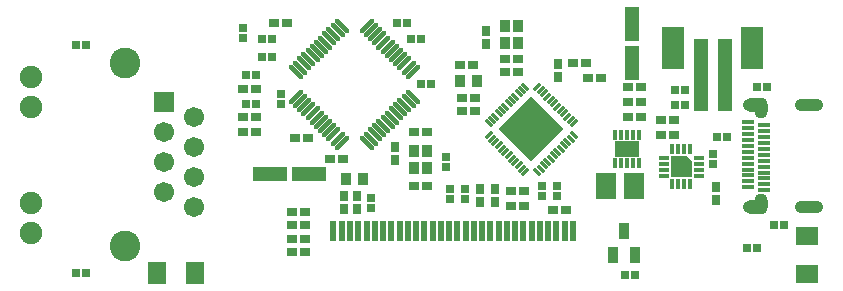
<source format=gts>
G04 Layer: TopSolderMaskLayer*
G04 EasyEDA v6.5.50, 2025-05-10 16:21:22*
G04 3dcb6b1ac4734954bc49148360d8dee8,b9277fd2045942759ab1a28cc0c323af,10*
G04 Gerber Generator version 0.2*
G04 Scale: 100 percent, Rotated: No, Reflected: No *
G04 Dimensions in inches *
G04 leading zeros omitted , absolute positions ,3 integer and 6 decimal *
%FSLAX36Y36*%
%MOIN*%

%AMMACRO1*4,1,8,-0.0115,-0.0131,-0.0126,-0.012,-0.0126,0.012,-0.0115,0.0131,0.0115,0.0131,0.0126,0.012,0.0126,-0.012,0.0115,-0.0131,-0.0115,-0.0131,0*%
%AMMACRO2*4,1,8,-0.012,-0.0126,-0.0131,-0.0115,-0.0131,0.0115,-0.012,0.0126,0.012,0.0126,0.0131,0.0115,0.0131,-0.0115,0.012,-0.0126,-0.012,-0.0126,0*%
%AMMACRO3*4,1,8,-0.0323,-0.0335,-0.0335,-0.0323,-0.0335,0.0323,-0.0323,0.0335,0.0323,0.0335,0.0335,0.0323,0.0335,-0.0323,0.0323,-0.0335,-0.0323,-0.0335,0*%
%AMMACRO4*4,1,8,-0.0164,-0.0126,-0.0176,-0.0115,-0.0176,0.0115,-0.0164,0.0126,0.0164,0.0126,0.0176,0.0115,0.0176,-0.0115,0.0164,-0.0126,-0.0164,-0.0126,0*%
%AMMACRO5*4,1,8,-0.033,-0.0445,-0.0342,-0.0433,-0.0342,0.0433,-0.033,0.0445,0.033,0.0445,0.0342,0.0433,0.0342,-0.0433,0.033,-0.0445,-0.033,-0.0445,0*%
%AMMACRO6*4,1,8,-0.0225,-0.0571,-0.0237,-0.0559,-0.0237,0.0559,-0.0225,0.0571,0.0225,0.0571,0.0237,0.0559,0.0237,-0.0559,0.0225,-0.0571,-0.0225,-0.0571,0*%
%AMMACRO7*4,1,8,-0.0559,-0.0237,-0.0571,-0.0225,-0.0571,0.0225,-0.0559,0.0237,0.0559,0.0237,0.0571,0.0225,0.0571,-0.0225,0.0559,-0.0237,-0.0559,-0.0237,0*%
%AMMACRO8*4,1,8,-0.0166,-0.019,-0.0177,-0.0178,-0.0177,0.0178,-0.0166,0.019,0.0166,0.019,0.0177,0.0178,0.0177,-0.0178,0.0166,-0.019,-0.0166,-0.019,0*%
%AMMACRO9*4,1,8,-0.0195,-0.0079,-0.0207,-0.0067,-0.0207,0.0067,-0.0195,0.0079,0.0195,0.0079,0.0207,0.0067,0.0207,-0.0067,0.0195,-0.0079,-0.0195,-0.0079,0*%
%AMMACRO10*4,1,8,-0.0402,-0.0256,-0.0414,-0.0245,-0.0414,0.0245,-0.0402,0.0256,0.0402,0.0256,0.0414,0.0245,0.0414,-0.0245,0.0402,-0.0256,-0.0402,-0.0256,0*%
%AMMACRO11*4,1,8,-0.0077,-0.0335,-0.0089,-0.0323,-0.0089,0.0323,-0.0077,0.0335,0.0077,0.0335,0.0089,0.0323,0.0089,-0.0323,0.0077,-0.0335,-0.0077,-0.0335,0*%
%AMMACRO12*4,1,8,-0.0146,-0.0266,-0.0158,-0.0254,-0.0158,0.0254,-0.0146,0.0266,0.0146,0.0266,0.0158,0.0254,0.0158,-0.0254,0.0146,-0.0266,-0.0146,-0.0266,0*%
%AMMACRO13*4,1,8,-0.0115,-0.0176,-0.0126,-0.0164,-0.0126,0.0164,-0.0115,0.0176,0.0115,0.0176,0.0126,0.0164,0.0126,-0.0164,0.0115,-0.0176,-0.0115,-0.0176,0*%
%AMMACRO14*4,1,8,-0.0166,-0.0197,-0.0177,-0.0185,-0.0177,0.0185,-0.0166,0.0197,0.0166,0.0197,0.0177,0.0185,0.0177,-0.0185,0.0166,-0.0197,-0.0166,-0.0197,0*%
%AMMACRO15*4,1,8,-0.0301,-0.036,-0.0312,-0.0348,-0.0312,0.0348,-0.0301,0.036,0.0301,0.036,0.0312,0.0348,0.0312,-0.0348,0.0301,-0.036,-0.0301,-0.036,0*%
%AMMACRO16*4,1,8,-0.0348,-0.0312,-0.036,-0.0301,-0.036,0.0301,-0.0348,0.0312,0.0348,0.0312,0.036,0.0301,0.036,-0.0301,0.0348,-0.0312,-0.0348,-0.0312,0*%
%AMMACRO17*4,1,8,-0.0205,-0.1201,-0.0217,-0.1189,-0.0217,0.1189,-0.0205,0.1201,0.0205,0.1201,0.0217,0.1189,0.0217,-0.1189,0.0205,-0.1201,-0.0205,-0.1201,0*%
%AMMACRO18*4,1,8,-0.0363,-0.0689,-0.0374,-0.0678,-0.0374,0.0678,-0.0363,0.0689,0.0363,0.0689,0.0374,0.0678,0.0374,-0.0678,0.0363,-0.0689,-0.0363,-0.0689,0*%
%AMMACRO19*1,1,$1,$2,$3*1,1,$1,$4,$5*20,1,$1,$2,$3,$4,$5,0*%
%AMMACRO20*4,1,8,-0.0073,-0.014,-0.014,-0.0073,-0.014,-0.0056,0.0056,0.014,0.0073,0.014,0.014,0.0073,0.014,0.0056,-0.0056,-0.014,-0.0073,-0.014,0*%
%AMMACRO21*4,1,8,0.0056,-0.014,-0.014,0.0056,-0.014,0.0073,-0.0073,0.014,-0.0056,0.014,0.014,-0.0056,0.014,-0.0073,0.0073,-0.014,0.0056,-0.014,0*%
%AMMACRO22*4,1,8,-0.0008,-0.1078,-0.1078,-0.0008,-0.1078,0.0008,-0.0008,0.1078,0.0008,0.1078,0.1078,0.0008,0.1078,-0.0008,0.0008,-0.1078,-0.0008,-0.1078,0*%
%ADD10MACRO1*%
%ADD11MACRO2*%
%ADD12MACRO3*%
%ADD13C,0.0670*%
%ADD14C,0.0749*%
%ADD15C,0.1024*%
%ADD16MACRO4*%
%ADD17O,0.014961X0.037402*%
%ADD18O,0.037402X0.014961*%
%ADD19MACRO5*%
%ADD20MACRO6*%
%ADD21MACRO7*%
%ADD22MACRO8*%
%ADD23MACRO9*%
%ADD24O,0.094489X0.043308*%
%ADD25O,0.080772X0.04337*%
%ADD26O,0.04337X0.070929*%
%ADD27MACRO10*%
%ADD28O,0.015024000000000003X0.035496*%
%ADD29MACRO11*%
%ADD30MACRO12*%
%ADD31MACRO13*%
%ADD32MACRO14*%
%ADD33MACRO15*%
%ADD34MACRO16*%
%ADD35MACRO17*%
%ADD36MACRO18*%
%ADD37MACRO19,0.0146X-0.0171X0.0171X0.0171X-0.0171*%
%ADD38MACRO19,0.0146X-0.0171X-0.0171X0.0171X0.0171*%
%ADD39MACRO20*%
%ADD40MACRO21*%
%ADD41MACRO22*%
%ADD42C,0.0146*%

%LPD*%
D10*
G01*
X2740000Y2442959D03*
G01*
X2740000Y2477040D03*
D11*
G01*
X2852959Y2165000D03*
G01*
X2887040Y2165000D03*
D12*
G01*
X911455Y2650151D03*
D13*
G01*
X1011450Y2600149D03*
G01*
X911450Y2550149D03*
G01*
X1011450Y2500149D03*
G01*
X911450Y2450149D03*
G01*
X1011450Y2400149D03*
G01*
X911450Y2350149D03*
G01*
X1011450Y2300149D03*
D14*
G01*
X468550Y2735779D03*
G01*
X468550Y2635779D03*
G01*
X468550Y2314119D03*
G01*
X468550Y2214119D03*
D15*
G01*
X781540Y2779870D03*
G01*
X781540Y2170030D03*
D16*
G01*
X2611459Y2540000D03*
G01*
X2568541Y2540000D03*
D11*
G01*
X2787040Y2535000D03*
G01*
X2752959Y2535000D03*
D17*
G01*
X2664539Y2494050D03*
G01*
X2644849Y2494050D03*
G01*
X2625169Y2494050D03*
G01*
X2605479Y2494050D03*
D18*
G01*
X2575950Y2464520D03*
G01*
X2575950Y2444830D03*
G01*
X2575950Y2425149D03*
G01*
X2575950Y2405459D03*
D17*
G01*
X2605479Y2375940D03*
G01*
X2625169Y2375940D03*
G01*
X2644849Y2375940D03*
G01*
X2664539Y2375940D03*
D18*
G01*
X2694059Y2405459D03*
G01*
X2694059Y2425149D03*
G01*
X2694059Y2444830D03*
G01*
X2694059Y2464520D03*
G36*
X2601540Y2399562D02*
G01*
X2601346Y2399571D01*
X2601156Y2399600D01*
X2600968Y2399647D01*
X2600787Y2399711D01*
X2600612Y2399794D01*
X2600446Y2399893D01*
X2600290Y2400009D01*
X2600147Y2400138D01*
X2600018Y2400282D01*
X2599903Y2400437D01*
X2599804Y2400603D01*
X2599720Y2400778D01*
X2599656Y2400960D01*
X2599609Y2401147D01*
X2599580Y2401338D01*
X2599570Y2401531D01*
X2599571Y2401531D01*
X2599571Y2468460D01*
X2599570Y2468460D01*
X2599580Y2468652D01*
X2599609Y2468843D01*
X2599656Y2469031D01*
X2599720Y2469212D01*
X2599804Y2469387D01*
X2599903Y2469553D01*
X2600018Y2469708D01*
X2600147Y2469852D01*
X2600290Y2469982D01*
X2600446Y2470097D01*
X2600612Y2470196D01*
X2600787Y2470279D01*
X2600968Y2470344D01*
X2601156Y2470390D01*
X2601346Y2470419D01*
X2601540Y2470428D01*
X2601540Y2470428D01*
X2651737Y2470428D01*
X2651737Y2470428D01*
X2651957Y2470416D01*
X2652174Y2470378D01*
X2652386Y2470318D01*
X2652591Y2470234D01*
X2652784Y2470127D01*
X2652964Y2469998D01*
X2653128Y2469852D01*
X2669862Y2453119D01*
X2670009Y2452953D01*
X2670137Y2452773D01*
X2670244Y2452581D01*
X2670327Y2452377D01*
X2670388Y2452165D01*
X2670425Y2451947D01*
X2670438Y2451727D01*
X2670437Y2401531D01*
X2670428Y2401338D01*
X2670399Y2401147D01*
X2670352Y2400960D01*
X2670288Y2400778D01*
X2670204Y2400603D01*
X2670105Y2400437D01*
X2669991Y2400282D01*
X2669861Y2400138D01*
X2669718Y2400009D01*
X2669562Y2399893D01*
X2669396Y2399794D01*
X2669221Y2399711D01*
X2669040Y2399647D01*
X2668852Y2399600D01*
X2668662Y2399571D01*
X2668468Y2399562D01*
G37*
D19*
G01*
X2384040Y2370000D03*
G01*
X2475970Y2370000D03*
D20*
G01*
X2469999Y2779625D03*
G01*
X2469999Y2910374D03*
D21*
G01*
X1395375Y2409999D03*
G01*
X1264624Y2409999D03*
D22*
G01*
X1572583Y2394994D03*
G01*
X1517465Y2394994D03*
G01*
X1897465Y2720005D03*
G01*
X1952583Y2720005D03*
D10*
G01*
X1915000Y2327959D03*
G01*
X1915000Y2362040D03*
G01*
X1865000Y2327959D03*
G01*
X1865000Y2362040D03*
G01*
X1600000Y2297959D03*
G01*
X1600000Y2332040D03*
D11*
G01*
X2482040Y2075000D03*
G01*
X2447959Y2075000D03*
G01*
X652040Y2080000D03*
G01*
X617959Y2080000D03*
G01*
X652040Y2840000D03*
G01*
X617959Y2840000D03*
G01*
X1722040Y2915000D03*
G01*
X1687959Y2915000D03*
G01*
X1767959Y2710000D03*
G01*
X1802040Y2710000D03*
D10*
G01*
X1850000Y2467040D03*
G01*
X1850000Y2432959D03*
G01*
X1300000Y2677040D03*
G01*
X1300000Y2642959D03*
D11*
G01*
X1272040Y2800000D03*
G01*
X1237959Y2800000D03*
G01*
X1272040Y2860000D03*
G01*
X1237959Y2860000D03*
G01*
X1182959Y2740000D03*
G01*
X1217040Y2740000D03*
G01*
X1182959Y2645000D03*
G01*
X1217040Y2645000D03*
D10*
G01*
X2170000Y2337959D03*
G01*
X2170000Y2372040D03*
D11*
G01*
X1767040Y2860000D03*
G01*
X1732959Y2860000D03*
G01*
X2647040Y2640000D03*
G01*
X2612959Y2640000D03*
G01*
X2612959Y2690000D03*
G01*
X2647040Y2690000D03*
G01*
X2977040Y2240000D03*
G01*
X2942959Y2240000D03*
G01*
X2922040Y2700000D03*
G01*
X2887959Y2700000D03*
D10*
G01*
X2220000Y2337959D03*
G01*
X2220000Y2372040D03*
G01*
X1175000Y2897040D03*
G01*
X1175000Y2862959D03*
D23*
G01*
X2858127Y2366649D03*
G01*
X2858127Y2386334D03*
G01*
X2858127Y2406020D03*
G01*
X2858127Y2425705D03*
G01*
X2858127Y2445390D03*
G01*
X2858127Y2465074D03*
G01*
X2858127Y2484760D03*
G01*
X2858127Y2504445D03*
G01*
X2858127Y2524130D03*
G01*
X2858127Y2543814D03*
G01*
X2858127Y2563499D03*
G01*
X2858127Y2583185D03*
G01*
X2909306Y2573342D03*
G01*
X2909308Y2553657D03*
G01*
X2909308Y2533971D03*
G01*
X2909308Y2514286D03*
G01*
X2909308Y2494602D03*
G01*
X2909308Y2474917D03*
G01*
X2909308Y2455232D03*
G01*
X2909308Y2435546D03*
G01*
X2909308Y2415861D03*
G01*
X2909308Y2396177D03*
G01*
X2909308Y2376492D03*
G01*
X2909308Y2356806D03*
D24*
G01*
X3061869Y2640079D03*
G01*
X3061869Y2299920D03*
D25*
G01*
X2880000Y2640000D03*
D26*
G01*
X2902200Y2629299D03*
D25*
G01*
X2880000Y2300000D03*
D26*
G01*
X2902200Y2309299D03*
D16*
G01*
X2458541Y2600000D03*
G01*
X2501459Y2600000D03*
D27*
G01*
X2455000Y2495000D03*
D28*
G01*
X2415600Y2542199D03*
G01*
X2435299Y2542199D03*
G01*
X2455000Y2542199D03*
G01*
X2474700Y2542199D03*
G01*
X2494399Y2542199D03*
G01*
X2494399Y2447800D03*
G01*
X2474700Y2447800D03*
G01*
X2455000Y2447800D03*
G01*
X2435299Y2447800D03*
G01*
X2415600Y2447800D03*
D16*
G01*
X2611459Y2590000D03*
G01*
X2568541Y2590000D03*
G01*
X2366459Y2730000D03*
G01*
X2323541Y2730000D03*
D29*
G01*
X2275000Y2220000D03*
G01*
X2247000Y2220000D03*
G01*
X2219000Y2220000D03*
G01*
X2192000Y2220000D03*
G01*
X2164000Y2220000D03*
G01*
X2137000Y2220000D03*
G01*
X2109000Y2220000D03*
G01*
X2082000Y2220000D03*
G01*
X2054000Y2220000D03*
G01*
X2027000Y2220000D03*
G01*
X1999000Y2220000D03*
G01*
X1970999Y2220000D03*
G01*
X1944000Y2220000D03*
G01*
X1915999Y2220000D03*
G01*
X1889000Y2220000D03*
G01*
X1860999Y2220000D03*
G01*
X1834000Y2220000D03*
G01*
X1805999Y2220000D03*
G01*
X1779000Y2220000D03*
G01*
X1750999Y2220000D03*
G01*
X1722999Y2220000D03*
G01*
X1695999Y2220000D03*
G01*
X1667999Y2220000D03*
G01*
X1640999Y2220000D03*
G01*
X1612999Y2220000D03*
G01*
X1585999Y2220000D03*
G01*
X1557999Y2220000D03*
G01*
X1530999Y2220000D03*
G01*
X1502999Y2220000D03*
G01*
X1475000Y2220000D03*
D30*
G01*
X2407599Y2140629D03*
G01*
X2482399Y2140629D03*
G01*
X2444999Y2219370D03*
D31*
G01*
X1985000Y2843541D03*
G01*
X1985000Y2886459D03*
D16*
G01*
X2048541Y2795000D03*
G01*
X2091458Y2795000D03*
G01*
X2251459Y2290000D03*
G01*
X2208541Y2290000D03*
G01*
X2068541Y2305000D03*
G01*
X2111459Y2305000D03*
D31*
G01*
X2015000Y2318541D03*
G01*
X2015000Y2361459D03*
G01*
X1965000Y2318541D03*
G01*
X1965000Y2361459D03*
G01*
X1555000Y2293541D03*
G01*
X1555000Y2336459D03*
G01*
X1510000Y2293541D03*
G01*
X1510000Y2336459D03*
G01*
X1680000Y2501459D03*
G01*
X1680000Y2458541D03*
D16*
G01*
X1348541Y2530000D03*
G01*
X1391458Y2530000D03*
G01*
X1506458Y2460000D03*
G01*
X1463541Y2460000D03*
G01*
X1786458Y2370000D03*
G01*
X1743541Y2370000D03*
G01*
X1743541Y2550000D03*
G01*
X1786458Y2550000D03*
G01*
X1338541Y2285000D03*
G01*
X1381458Y2285000D03*
G01*
X1338541Y2240000D03*
G01*
X1381458Y2240000D03*
G01*
X1338541Y2195000D03*
G01*
X1381458Y2195000D03*
G01*
X1338541Y2150000D03*
G01*
X1381458Y2150000D03*
G01*
X1173541Y2600000D03*
G01*
X1216458Y2600000D03*
G01*
X1173541Y2695000D03*
G01*
X1216458Y2695000D03*
G01*
X1173541Y2550000D03*
G01*
X1216458Y2550000D03*
G01*
X2111459Y2355000D03*
G01*
X2068541Y2355000D03*
G01*
X2048541Y2750000D03*
G01*
X2091458Y2750000D03*
G01*
X1946458Y2620000D03*
G01*
X1903541Y2620000D03*
G01*
X1946458Y2665000D03*
G01*
X1903541Y2665000D03*
G01*
X1941458Y2775000D03*
G01*
X1898541Y2775000D03*
G01*
X2316459Y2780000D03*
G01*
X2273541Y2780000D03*
D31*
G01*
X2225000Y2776459D03*
G01*
X2225000Y2733541D03*
G01*
X2750000Y2366459D03*
G01*
X2750000Y2323541D03*
D16*
G01*
X2501459Y2650000D03*
G01*
X2458541Y2650000D03*
G01*
X2458541Y2700000D03*
G01*
X2501459Y2700000D03*
G01*
X1278541Y2915000D03*
G01*
X1321458Y2915000D03*
D32*
G01*
X2048346Y2847440D03*
G01*
X2091653Y2847440D03*
G01*
X2091653Y2902558D03*
G01*
X2048346Y2902558D03*
D33*
G01*
X1012696Y2080000D03*
G01*
X887303Y2080000D03*
D34*
G01*
X3055000Y2077303D03*
G01*
X3055000Y2202696D03*
D35*
G01*
X2779290Y2739470D03*
G01*
X2700549Y2739470D03*
D36*
G01*
X2871890Y2830533D03*
G01*
X2608109Y2830533D03*
D37*
G01*
X1503240Y2904869D03*
G01*
X1489320Y2890950D03*
G01*
X1475410Y2877029D03*
G01*
X1461480Y2863109D03*
G01*
X1447570Y2849190D03*
G01*
X1433640Y2835269D03*
G01*
X1419729Y2821350D03*
G01*
X1405810Y2807430D03*
G01*
X1391889Y2793520D03*
G01*
X1377970Y2779590D03*
G01*
X1364050Y2765680D03*
G01*
X1350129Y2751749D03*
D38*
G01*
X1350129Y2668239D03*
G01*
X1364050Y2654320D03*
G01*
X1377970Y2640409D03*
G01*
X1391889Y2626479D03*
G01*
X1405810Y2612569D03*
G01*
X1419729Y2598640D03*
G01*
X1433640Y2584730D03*
G01*
X1447570Y2570809D03*
G01*
X1461480Y2556890D03*
G01*
X1475410Y2542970D03*
G01*
X1489320Y2529049D03*
G01*
X1503240Y2515130D03*
D37*
G01*
X1586759Y2515130D03*
G01*
X1600679Y2529049D03*
G01*
X1614589Y2542970D03*
G01*
X1628519Y2556890D03*
G01*
X1642429Y2570809D03*
G01*
X1656359Y2584730D03*
G01*
X1670270Y2598640D03*
G01*
X1684189Y2612569D03*
G01*
X1698110Y2626479D03*
G01*
X1712029Y2640409D03*
G01*
X1725949Y2654320D03*
G01*
X1739870Y2668239D03*
D38*
G01*
X1739870Y2751749D03*
G01*
X1725949Y2765680D03*
G01*
X1712029Y2779590D03*
G01*
X1698110Y2793520D03*
G01*
X1684189Y2807430D03*
G01*
X1670270Y2821350D03*
G01*
X1656359Y2835269D03*
G01*
X1642429Y2849190D03*
G01*
X1628519Y2863109D03*
G01*
X1614589Y2877029D03*
G01*
X1600679Y2890950D03*
G01*
X1586759Y2904869D03*
D39*
G01*
X1992814Y2540300D03*
G01*
X2003943Y2529170D03*
G01*
X2015080Y2518033D03*
G01*
X2026218Y2506896D03*
G01*
X2037355Y2495759D03*
G01*
X2048491Y2484622D03*
G01*
X2059621Y2473492D03*
G01*
X2070758Y2462356D03*
G01*
X2081895Y2451219D03*
G01*
X2093032Y2440082D03*
G01*
X2104169Y2428944D03*
G01*
X2115299Y2417815D03*
D40*
G01*
X2154699Y2417815D03*
G01*
X2165829Y2428944D03*
G01*
X2176966Y2440082D03*
G01*
X2188103Y2451219D03*
G01*
X2199240Y2462356D03*
G01*
X2210377Y2473492D03*
G01*
X2221507Y2484622D03*
G01*
X2232643Y2495759D03*
G01*
X2243781Y2506896D03*
G01*
X2254918Y2518033D03*
G01*
X2266055Y2529170D03*
G01*
X2277185Y2540300D03*
D39*
G01*
X2277184Y2579699D03*
G01*
X2266054Y2590830D03*
G01*
X2254917Y2601966D03*
G01*
X2243780Y2613103D03*
G01*
X2232643Y2624241D03*
G01*
X2221506Y2635377D03*
G01*
X2210376Y2646507D03*
G01*
X2199240Y2657644D03*
G01*
X2188102Y2668781D03*
G01*
X2176965Y2679918D03*
G01*
X2165828Y2691055D03*
G01*
X2154698Y2702184D03*
D40*
G01*
X2115300Y2702184D03*
G01*
X2104169Y2691055D03*
G01*
X2093033Y2679918D03*
G01*
X2081896Y2668781D03*
G01*
X2070759Y2657644D03*
G01*
X2059622Y2646507D03*
G01*
X2048492Y2635377D03*
G01*
X2037355Y2624241D03*
G01*
X2026218Y2613103D03*
G01*
X2015081Y2601966D03*
G01*
X2003944Y2590830D03*
G01*
X1992814Y2579699D03*
D41*
G01*
X2134999Y2560000D03*
D32*
G01*
X1786653Y2487559D03*
G01*
X1743346Y2487559D03*
G01*
X1743346Y2432441D03*
G01*
X1786653Y2432441D03*
M02*

</source>
